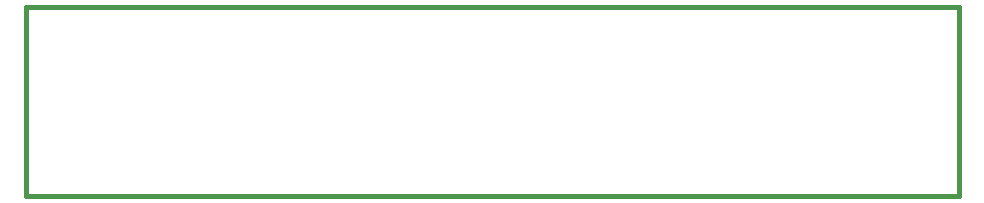
<source format=gbr>
G04 (created by PCBNEW (2013-07-07 BZR 4022)-stable) date 24/11/2014 17:48:06*
%MOIN*%
G04 Gerber Fmt 3.4, Leading zero omitted, Abs format*
%FSLAX34Y34*%
G01*
G70*
G90*
G04 APERTURE LIST*
%ADD10C,0.00590551*%
%ADD11C,0.015*%
G04 APERTURE END LIST*
G54D10*
G54D11*
X76771Y-68110D02*
X107874Y-68110D01*
X76771Y-74409D02*
X76771Y-68110D01*
X107874Y-74409D02*
X76771Y-74409D01*
X107874Y-68110D02*
X107874Y-74409D01*
M02*

</source>
